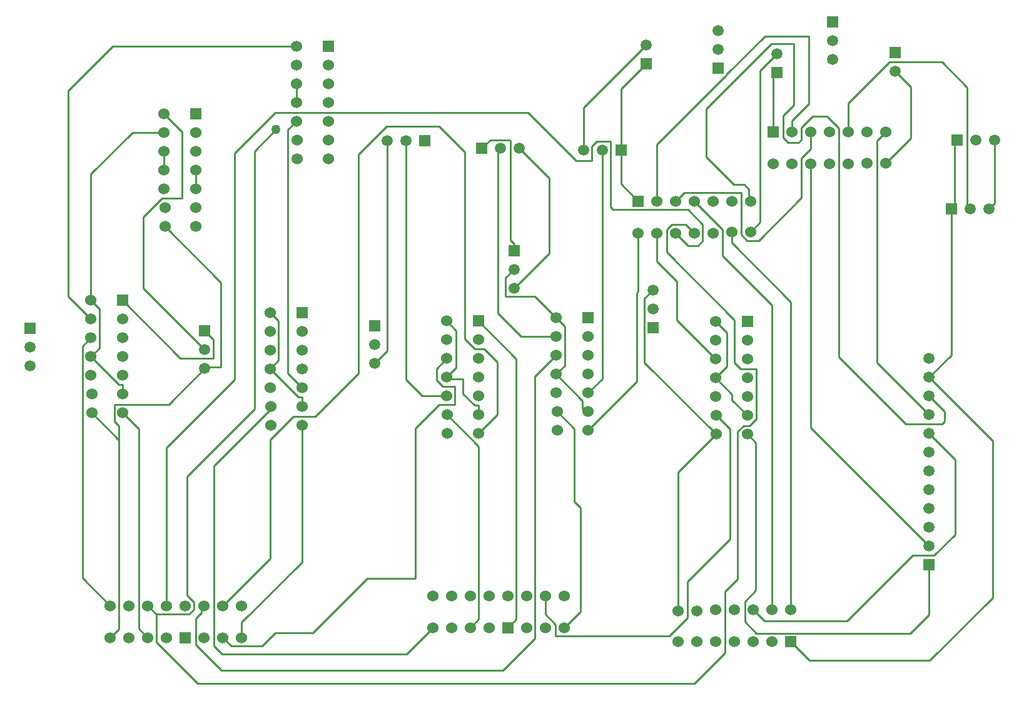
<source format=gtl>
%FSTAX23Y23*%
%MOIN*%
%SFA1B1*%

%IPPOS*%
%ADD11C,0.010000*%
%ADD19R,0.059060X0.059060*%
%ADD20C,0.059060*%
%ADD21C,0.060000*%
%ADD22R,0.060000X0.060000*%
%ADD23R,0.059060X0.059060*%
%ADD24R,0.060000X0.060000*%
%ADD25C,0.050000*%
%LNpcb1-1*%
%LPD*%
G54D11*
X03745Y02818D02*
X03799Y02873D01*
X03745Y02758D02*
Y02818D01*
Y02758D02*
X03781Y02723D01*
X03799Y03073D02*
X0385Y03021D01*
Y02824D02*
Y03021D01*
X03799Y02773D02*
X0385Y02824D01*
X04512Y01525D02*
Y02078D01*
X04425Y01438D02*
X04512Y01525D01*
X04481Y0211D02*
X04512Y02078D01*
X04481Y0211D02*
Y02497D01*
X04388Y0259D02*
X04481Y02497D01*
X05232Y0307D02*
X05292Y0301D01*
Y02832D02*
Y0301D01*
Y02832D02*
X05293Y02831D01*
D01*
X05232Y0277D02*
X05293Y02831D01*
X06505Y04026D02*
X06518Y04039D01*
X06505Y03688D02*
Y04026D01*
X0649Y03672D02*
X06505Y03688D01*
X05539Y04376D02*
X0556Y04397D01*
X02954Y02793D02*
Y04093D01*
Y02793D02*
X03028Y02719D01*
X02954Y04093D02*
X02999Y04138D01*
X02775Y03979D02*
X02889Y04093D01*
X02887Y0141D02*
X03087D01*
X02817Y0134D02*
X02887Y0141D01*
X02652Y0134D02*
X02817D01*
X03087Y0141D02*
X03377Y01701D01*
X03632*
X04541Y0259D02*
X04553D01*
X04524Y02607D02*
X04541Y0259D01*
X04524Y02607D02*
Y02648D01*
X04383Y0279D02*
X04524Y02648D01*
X06573Y03689D02*
Y04319D01*
Y03689D02*
X0659Y03672D01*
X04073Y03979D02*
X04087Y03993D01*
X04073Y03114D02*
Y03979D01*
X04346Y03434D02*
Y03835D01*
X04159Y03247D02*
X04346Y03434D01*
X04187Y03993D02*
X04346Y03835D01*
X05934Y01473D02*
X06284Y01823D01*
X05493Y01473D02*
X05934D01*
X05433Y01533D02*
X05493Y01473D01*
X06371Y01508D02*
Y01773D01*
X06271Y01408D02*
X06371Y01508D01*
X05451Y01408D02*
X06271D01*
X06709Y01599D02*
Y02435D01*
X06374Y01263D02*
X06709Y01599D01*
X05733Y01263D02*
X06374D01*
X06371Y02773D02*
X06709Y02435D01*
X06454Y02538D02*
Y02591D01*
X06438Y02523D02*
X06454Y02538D01*
X06247Y02523D02*
X06438D01*
X06371Y02673D02*
X06454Y02591D01*
X06191Y04404D02*
X06272Y04322D01*
Y04049D02*
Y04322D01*
X06139Y03915D02*
X06272Y04049D01*
X05495Y04592D02*
X05731D01*
Y04232D02*
Y04592D01*
X05639Y0414D02*
X05731Y04232D01*
X05283Y0163D02*
X05351Y01698D01*
Y02484D02*
X05383Y02515D01*
X05351Y01698D02*
Y02484D01*
X05402Y0247D02*
X05446Y02426D01*
Y01637D02*
Y02426D01*
X05388Y01579D02*
X05446Y01637D01*
X03585Y01298D02*
X03725Y01438D01*
X02603Y01298D02*
X03585D01*
X04099Y0121D02*
X04271Y01382D01*
X026Y0121D02*
X04099D01*
X02462Y01349D02*
X026Y0121D01*
X0512Y01142D02*
X05283Y01305D01*
X02472Y01142D02*
X0512D01*
X02253Y01361D02*
X02472Y01142D01*
X03632Y01701D02*
Y025D01*
X02863Y02603D02*
Y02619D01*
X0256Y023D02*
X02863Y02603D01*
X0256Y01341D02*
Y023D01*
Y01341D02*
X02603Y01298D01*
X02253Y0151D02*
X02426D01*
X02452Y01536*
X02415Y0161D02*
X02452Y01573D01*
X02415Y0161D02*
Y02244D01*
X02494Y01541D02*
X02507Y01555D01*
X02494Y01519D02*
Y01541D01*
X02462Y01487D02*
X02494Y01519D01*
X02462Y01349D02*
Y01487D01*
X02452Y01536D02*
Y01573D01*
X02415Y02244D02*
X02775Y02603D01*
Y03979*
X02669Y03967D02*
Y02761D01*
X02307Y02399D02*
X02669Y02761D01*
X02307Y01555D02*
Y02399D01*
X02669Y03967D02*
X02886Y04184D01*
X02125Y04078D02*
X02293D01*
X01904Y03857D02*
X02125Y04078D01*
X01904Y03183D02*
Y03857D01*
X01783Y043D02*
X02021Y04538D01*
X01783Y03204D02*
Y043D01*
X02021Y04538D02*
X02999D01*
X03329Y03961D02*
X0348Y04112D01*
X03329Y02794D02*
Y03961D01*
X031Y02565D02*
X03329Y02794D01*
X03759Y04112D02*
X03896Y03975D01*
X0348Y04112D02*
X03759D01*
X03896Y02977D02*
Y03975D01*
X05528Y04551D02*
X0565D01*
X05182Y04204D02*
X05528Y04551D01*
X05182Y03949D02*
Y04204D01*
X0565Y04224D02*
Y04551D01*
X05594Y04167D02*
X0565Y04224D01*
X05471Y04408D02*
X0556Y04497D01*
X05471Y036D02*
Y04408D01*
X05418Y03547D02*
X05471Y036D01*
X05182Y03949D02*
X05331Y038D01*
X05386*
X0541Y03776*
Y03721D02*
Y03776D01*
Y03721D02*
X05418Y03712D01*
X0529Y04387D02*
X05495Y04592D01*
X0529Y04385D02*
Y04387D01*
X05282Y04376D02*
X0529Y04385D01*
X05279Y04376D02*
X05282D01*
X04918Y04016D02*
X05279Y04376D01*
X04918Y03712D02*
Y04016D01*
X06438Y04454D02*
X06573Y04319D01*
X06158Y04454D02*
X06438D01*
X05633Y01363D02*
X05733Y01263D01*
X06284Y01823D02*
X06397D01*
X06371Y02473D02*
X06508Y02336D01*
Y01934D02*
Y02336D01*
X06397Y01823D02*
X06508Y01934D01*
X02293Y04178D02*
X02391Y0408D01*
Y03729D02*
Y0408D01*
X02282Y03729D02*
X02391D01*
X02182Y03629D02*
X02282Y03729D01*
X02182Y03247D02*
Y03629D01*
Y03247D02*
X02509Y0292D01*
X01783Y03204D02*
X01904Y03083D01*
X02053Y02439D02*
Y02514D01*
Y0143D02*
Y02439D01*
X0367Y02673D02*
X03799D01*
X03583Y0276D02*
X0367Y02673D01*
X03583Y0276D02*
Y04033D01*
X05033Y01528D02*
Y02267D01*
X05237Y0247*
X04854Y02852D02*
X05237Y0247D01*
X04854Y02852D02*
Y03195D01*
X04899Y03239*
X01909Y02583D02*
X02053Y02439D01*
X02007Y01385D02*
X02053Y0143D01*
X06718Y03701D02*
Y04039D01*
X0669Y03672D02*
X06718Y03701D01*
X04528Y03986D02*
Y04211D01*
X04862Y04545*
X04125Y01438D02*
X04171Y01484D01*
Y02871*
X03969Y03073D02*
X04171Y02871D01*
X02074Y03183D02*
X02381Y02875D01*
X02555*
Y02974*
X02509Y0302D02*
X02555Y02974D01*
X0427Y03203D02*
X04383Y0309D01*
X04114Y03203D02*
X0427D01*
X04114D02*
Y03303D01*
X04159Y03347*
X02207Y01555D02*
X02253Y0151D01*
X03781Y02723D02*
X03844D01*
Y02628D02*
Y02723D01*
X0376Y02628D02*
X03844D01*
X03632Y025D02*
X0376Y02628D01*
X02607Y01385D02*
X02652Y0134D01*
X04271Y02778D02*
X04383Y0289D01*
X04271Y01382D02*
Y02778D01*
X03804Y02573D02*
X03971Y02406D01*
Y01484D02*
Y02406D01*
X03925Y01438D02*
X03971Y01484D01*
X03969Y02473D02*
X0407Y02573D01*
Y02853*
X04Y02923D02*
X0407Y02853D01*
X0395Y02923D02*
X04D01*
X03896Y02977D02*
X0395Y02923D01*
X02983Y02565D02*
X031D01*
X02859Y02441D02*
X02983Y02565D01*
X02859Y01807D02*
Y02441D01*
X02607Y01555D02*
X02859Y01807D01*
X02707Y01385D02*
Y01467D01*
X03028Y01787*
Y02519*
X04818Y03231D02*
Y03542D01*
X04813Y03225D02*
X04818Y03231D01*
X04813Y0275D02*
Y03225D01*
X04553Y0249D02*
X04813Y0275D01*
X02886Y04184D02*
X04234D01*
X0449Y03928*
X04574*
Y04006*
X046Y04032*
X04673*
Y0368D02*
Y04032D01*
Y0368D02*
X04686Y03667D01*
X05085*
X05164Y03588*
Y035D02*
Y03588D01*
X05139Y03475D02*
X05164Y035D01*
X05086Y03475D02*
X05139D01*
X05018Y03542D02*
X05086Y03475D01*
X05633Y01533D02*
Y03176D01*
X05318Y0349D02*
X05633Y03176D01*
X05318Y0349D02*
Y03547D01*
X05118Y03712D02*
X05269Y03562D01*
Y03421D02*
Y03562D01*
Y03421D02*
X05533Y03157D01*
Y01533D02*
Y03157D01*
X05939Y04235D02*
X06158Y04454D01*
X05939Y0408D02*
Y04235D01*
X06094Y04035D02*
X06139Y0408D01*
X06094Y02851D02*
Y04035D01*
Y02851D02*
X06371Y02573D01*
X05594Y0405D02*
Y04167D01*
Y0405D02*
X0562Y04024D01*
X05674*
X05689Y04039*
Y04103*
X0575Y04164*
X05825*
X05889Y041*
Y02881D02*
Y041D01*
Y02881D02*
X06247Y02523D01*
X05388Y01472D02*
X05451Y01408D01*
X05388Y01472D02*
Y01579D01*
X04325Y01511D02*
Y01608D01*
Y01511D02*
X0438Y01456D01*
Y01393D02*
Y01456D01*
Y01393D02*
X04986D01*
X05083Y0149*
Y01683*
X0531Y0191*
Y02497*
X05237Y0257D02*
X0531Y02497D01*
X02253Y01361D02*
Y0151D01*
X05283Y01305D02*
Y0163D01*
X05383Y02515D02*
X05413D01*
X05448Y0255*
Y02819*
X05365D02*
X05448D01*
X05334Y0285D02*
X05365Y02819D01*
X05334Y0285D02*
Y03079D01*
X04973Y0344D02*
X05334Y03079D01*
X04973Y0344D02*
Y03561D01*
X05Y03588*
X05073*
X05118Y03542*
X02158Y01435D02*
X02207Y01385D01*
X02158Y01435D02*
Y02499D01*
X02074Y02583D02*
X02158Y02499D01*
X02318Y02629D02*
X02509Y0282D01*
X02029Y02629D02*
X02318D01*
X02029Y02538D02*
Y02629D01*
Y02538D02*
X02053Y02514D01*
X05025Y03077D02*
X05232Y0287D01*
X05025Y03077D02*
Y03284D01*
X04918Y03391D02*
X05025Y03284D01*
X04918Y03391D02*
Y03542D01*
X05739Y02505D02*
Y0391D01*
Y02505D02*
X06371Y01873D01*
X05018Y03712D02*
X05065Y03759D01*
X05369*
Y03533D02*
Y03759D01*
Y03533D02*
X054Y03502D01*
X05462*
X0569Y0373*
Y03941*
X05739Y0399*
Y0408*
X05639D02*
Y0414D01*
X02509Y0282D02*
X02518Y02828D01*
X02595*
Y02862*
X02597Y02864*
Y03279*
X02298Y03578D02*
X02597Y03279D01*
X03417Y02849D02*
X03483Y02915D01*
Y04033*
X05539Y0408D02*
Y04376D01*
X03969Y02573D02*
Y02623D01*
X03949D02*
X03969D01*
X03886Y02686D02*
X03949Y02623D01*
X03886Y02686D02*
Y02764D01*
X03808D02*
X03886D01*
X03799Y02773D02*
X03808Y02764D01*
X04728Y04311D02*
X04862Y04445D01*
X04728Y03986D02*
Y04311D01*
Y03803D02*
X04818Y03712D01*
X04728Y03803D02*
Y03986D01*
X04073Y03114D02*
X04197Y0299D01*
X04383*
X04159Y03447D02*
Y03484D01*
X04138Y03506D02*
X04159Y03484D01*
X04138Y03506D02*
Y04034D01*
X04133Y04039D02*
X04138Y04034D01*
X04032Y04039D02*
X04133D01*
X03987Y03993D02*
X04032Y04039D01*
X02074Y02683D02*
Y02733D01*
X02054D02*
X02074D01*
X01904Y02883D02*
X02054Y02733D01*
X05232Y0277D02*
X0532Y02682D01*
Y02652D02*
Y02682D01*
Y02652D02*
X05402Y0257D01*
X03028Y02619D02*
Y02669D01*
X03008D02*
X03028D01*
X02858Y02819D02*
X03008Y02669D01*
X04628Y02765D02*
Y03986D01*
X04553Y0269D02*
X04628Y02765D01*
X04383Y0279D02*
X04429Y02836D01*
Y03044*
X04383Y0309D02*
X04429Y03044D01*
X06371Y02773D02*
X0649Y02891D01*
Y03672*
X01904Y03183D02*
X0195Y03137D01*
Y02929D02*
Y03137D01*
X01904Y02883D02*
X0195Y02929D01*
X01859Y02938D02*
X01904Y02983D01*
X01859Y01704D02*
Y02938D01*
Y01704D02*
X02007Y01555D01*
X02858Y02819D02*
X02904Y02864D01*
Y03073*
X02858Y03119D02*
X02904Y03073D01*
X02463Y03778D02*
Y03878D01*
X02293D02*
Y03978D01*
X02999Y04238D02*
Y04338D01*
G54D19*
X04862Y04445D03*
X04899Y03039D03*
X06371Y01773D03*
X05856Y04668D03*
X0556Y04397D03*
X05246Y0442D03*
X06191Y04504D03*
X04159Y03447D03*
X03417Y03049D03*
X02509Y0302D03*
X01579Y03034D03*
G54D20*
X04862Y04545D03*
X04899Y03239D03*
Y03139D03*
X06371Y02873D03*
Y02773D03*
Y02673D03*
Y02573D03*
Y02473D03*
Y02373D03*
Y02273D03*
Y02173D03*
Y02073D03*
Y01973D03*
Y01873D03*
X0659Y03672D03*
X0669D03*
X06618Y04039D03*
X06718D03*
X04528Y03986D03*
X04628D03*
X05856Y04568D03*
Y04468D03*
X0556Y04497D03*
X05246Y0462D03*
Y0452D03*
X06191Y04404D03*
X04087Y03993D03*
X04187D03*
X03583Y04033D03*
X03483D03*
X04159Y03347D03*
Y03247D03*
X03417Y02949D03*
Y02849D03*
X02509Y0292D03*
Y0282D03*
X01579Y02934D03*
Y02834D03*
G54D21*
X03004Y03938D03*
Y04038D03*
X02999Y04138D03*
Y04238D03*
Y04338D03*
Y04438D03*
Y04538D03*
X03169Y04438D03*
Y04338D03*
Y04238D03*
Y04138D03*
Y04038D03*
Y03938D03*
X02298Y03578D03*
Y03678D03*
X02293Y03778D03*
Y03878D03*
Y03978D03*
Y04078D03*
Y04178D03*
X02463Y04078D03*
Y03978D03*
Y03878D03*
Y03778D03*
Y03678D03*
Y03578D03*
X03725Y01608D03*
X04425D03*
X04325D03*
X04225D03*
X04125D03*
X04025D03*
X03925D03*
X03825D03*
X04425Y01438D03*
X04325D03*
X04225D03*
X04025D03*
X03925D03*
X03725D03*
X03825D03*
X02007Y01555D03*
X02707D03*
X02607D03*
X02507D03*
X02407D03*
X02307D03*
X02207D03*
X02107D03*
X02707Y01385D03*
X02607D03*
X02507D03*
X02307D03*
X02207D03*
X02007D03*
X02107D03*
X06139Y03915D03*
X06039D03*
X05939Y0391D03*
X05839D03*
X05739D03*
X05639D03*
X05539D03*
X05639Y0408D03*
X05739D03*
X05839D03*
X05939D03*
X06039D03*
X06139D03*
X05418Y03547D03*
X05318D03*
X05218Y03542D03*
X05118D03*
X05018D03*
X04918D03*
X04818D03*
X04918Y03712D03*
X05018D03*
X05118D03*
X05218D03*
X05318D03*
X05418D03*
X05033Y01528D03*
X05133D03*
X05233Y01533D03*
X05333D03*
X05433D03*
X05533D03*
X05633D03*
X05533Y01363D03*
X05433D03*
X05333D03*
X05233D03*
X05133D03*
X05033D03*
X01909Y02583D03*
Y02683D03*
X01904Y02783D03*
Y02883D03*
Y02983D03*
Y03083D03*
Y03183D03*
X02074Y03083D03*
Y02983D03*
Y02883D03*
Y02783D03*
Y02683D03*
Y02583D03*
X03804Y02473D03*
Y02573D03*
X03799Y02673D03*
Y02773D03*
Y02873D03*
Y02973D03*
Y03073D03*
X03969Y02973D03*
Y02873D03*
Y02773D03*
Y02673D03*
Y02573D03*
Y02473D03*
X02863Y02519D03*
Y02619D03*
X02858Y02719D03*
Y02819D03*
Y02919D03*
Y03019D03*
Y03119D03*
X03028Y03019D03*
Y02919D03*
Y02819D03*
Y02719D03*
Y02619D03*
Y02519D03*
X04388Y0249D03*
Y0259D03*
X04383Y0269D03*
Y0279D03*
Y0289D03*
Y0299D03*
Y0309D03*
X04553Y0299D03*
Y0289D03*
Y0279D03*
Y0269D03*
Y0259D03*
Y0249D03*
X05237Y0247D03*
Y0257D03*
X05232Y0267D03*
Y0277D03*
Y0287D03*
Y0297D03*
Y0307D03*
X05402Y0297D03*
Y0287D03*
Y0277D03*
Y0267D03*
Y0257D03*
Y0247D03*
G54D22*
X03169Y04538D03*
X02463Y04178D03*
X02074Y03183D03*
X03969Y03073D03*
X03028Y03119D03*
X04553Y0309D03*
X05402Y0307D03*
G54D23*
X0649Y03672D03*
X06518Y04039D03*
X04728Y03986D03*
X03987Y03993D03*
X03683Y04033D03*
G54D24*
X04125Y01438D03*
X02407Y01385D03*
X05539Y0408D03*
X04818Y03712D03*
X05633Y01363D03*
G54D25*
X02889Y04093D03*
M02*
</source>
